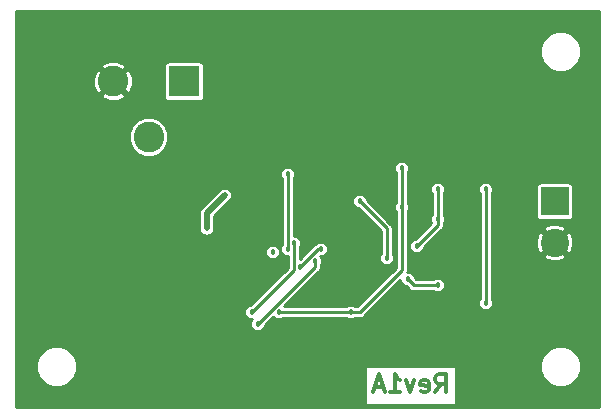
<source format=gbr>
G04 #@! TF.GenerationSoftware,KiCad,Pcbnew,(5.0.1-3-g963ef8bb5)*
G04 #@! TF.CreationDate,2018-11-04T00:53:12-04:00*
G04 #@! TF.ProjectId,Solar LiPo Charger,536F6C6172204C69506F204368617267,1A*
G04 #@! TF.SameCoordinates,Original*
G04 #@! TF.FileFunction,Copper,L2,Bot,Signal*
G04 #@! TF.FilePolarity,Positive*
%FSLAX46Y46*%
G04 Gerber Fmt 4.6, Leading zero omitted, Abs format (unit mm)*
G04 Created by KiCad (PCBNEW (5.0.1-3-g963ef8bb5)) date Sunday, November 04, 2018 at 12:53:12 AM*
%MOMM*%
%LPD*%
G01*
G04 APERTURE LIST*
G04 #@! TA.AperFunction,NonConductor*
%ADD10C,0.300000*%
G04 #@! TD*
G04 #@! TA.AperFunction,ComponentPad*
%ADD11R,2.600000X2.600000*%
G04 #@! TD*
G04 #@! TA.AperFunction,ComponentPad*
%ADD12C,2.600000*%
G04 #@! TD*
G04 #@! TA.AperFunction,ComponentPad*
%ADD13R,2.400000X2.400000*%
G04 #@! TD*
G04 #@! TA.AperFunction,ComponentPad*
%ADD14C,2.400000*%
G04 #@! TD*
G04 #@! TA.AperFunction,ViaPad*
%ADD15C,0.457200*%
G04 #@! TD*
G04 #@! TA.AperFunction,Conductor*
%ADD16C,0.508000*%
G04 #@! TD*
G04 #@! TA.AperFunction,Conductor*
%ADD17C,0.254000*%
G04 #@! TD*
G04 APERTURE END LIST*
D10*
X140029142Y-99992571D02*
X140529142Y-99278285D01*
X140886285Y-99992571D02*
X140886285Y-98492571D01*
X140314857Y-98492571D01*
X140172000Y-98564000D01*
X140100571Y-98635428D01*
X140029142Y-98778285D01*
X140029142Y-98992571D01*
X140100571Y-99135428D01*
X140172000Y-99206857D01*
X140314857Y-99278285D01*
X140886285Y-99278285D01*
X138814857Y-99921142D02*
X138957714Y-99992571D01*
X139243428Y-99992571D01*
X139386285Y-99921142D01*
X139457714Y-99778285D01*
X139457714Y-99206857D01*
X139386285Y-99064000D01*
X139243428Y-98992571D01*
X138957714Y-98992571D01*
X138814857Y-99064000D01*
X138743428Y-99206857D01*
X138743428Y-99349714D01*
X139457714Y-99492571D01*
X138243428Y-98992571D02*
X137886285Y-99992571D01*
X137529142Y-98992571D01*
X136172000Y-99992571D02*
X137029142Y-99992571D01*
X136600571Y-99992571D02*
X136600571Y-98492571D01*
X136743428Y-98706857D01*
X136886285Y-98849714D01*
X137029142Y-98921142D01*
X135600571Y-99564000D02*
X134886285Y-99564000D01*
X135743428Y-99992571D02*
X135243428Y-98492571D01*
X134743428Y-99992571D01*
D11*
G04 #@! TO.P,J1,1*
G04 #@! TO.N,Vsolar*
X118745000Y-73660000D03*
D12*
G04 #@! TO.P,J1,2*
G04 #@! TO.N,GND*
X112745000Y-73660000D03*
G04 #@! TO.P,J1,3*
G04 #@! TO.N,N/C*
X115745000Y-78360000D03*
G04 #@! TD*
D13*
G04 #@! TO.P,J2,1*
G04 #@! TO.N,SRN*
X150114000Y-83820000D03*
D14*
G04 #@! TO.P,J2,2*
G04 #@! TO.N,GND*
X150114000Y-87320000D03*
G04 #@! TD*
D15*
G04 #@! TO.N,Net-(C1-Pad1)*
X120650000Y-86106000D03*
X122174000Y-83312000D03*
G04 #@! TO.N,GND*
X133858000Y-76454000D03*
X133858000Y-72136000D03*
X136398000Y-81788000D03*
X136398000Y-84582000D03*
G04 #@! TO.N,BTST*
X126746000Y-93218000D03*
X132842000Y-93218000D03*
X137160000Y-81026000D03*
X137160000Y-84328000D03*
G04 #@! TO.N,Net-(C6-Pad2)*
X127508000Y-81534000D03*
X127508000Y-87884000D03*
G04 #@! TO.N,Net-(C7-Pad1)*
X130302000Y-87884000D03*
X128524000Y-89408000D03*
G04 #@! TO.N,SRP*
X144272000Y-92456000D03*
X144272000Y-82804000D03*
G04 #@! TO.N,Net-(C11-Pad2)*
X133604000Y-83820000D03*
X137668000Y-90424000D03*
X140208000Y-90932000D03*
X135890000Y-88646000D03*
G04 #@! TO.N,VFB*
X140208000Y-85344000D03*
X140208000Y-82804000D03*
X138430000Y-87630000D03*
G04 #@! TO.N,Net-(D2-Pad1)*
X124460000Y-93218000D03*
X128016000Y-87376000D03*
G04 #@! TO.N,Net-(D3-Pad1)*
X124968000Y-94234000D03*
X129794000Y-88900000D03*
G04 #@! TO.N,MPPSET*
X126238000Y-88138000D03*
G04 #@! TD*
D16*
G04 #@! TO.N,Net-(C1-Pad1)*
X120650000Y-84836000D02*
X122174000Y-83312000D01*
X120650000Y-86106000D02*
X120650000Y-84836000D01*
G04 #@! TO.N,GND*
X133858000Y-72136000D02*
X133858000Y-76454000D01*
X136398000Y-81788000D02*
X136398000Y-84582000D01*
D17*
G04 #@! TO.N,BTST*
X126746000Y-93218000D02*
X132842000Y-93218000D01*
X132842000Y-93218000D02*
X133604000Y-93218000D01*
X133604000Y-93218000D02*
X137160000Y-89662000D01*
X137160000Y-89662000D02*
X137160000Y-84328000D01*
X137160000Y-84328000D02*
X137160000Y-81026000D01*
G04 #@! TO.N,Net-(C6-Pad2)*
X127508000Y-81534000D02*
X127508000Y-87884000D01*
G04 #@! TO.N,Net-(C7-Pad1)*
X130048000Y-87884000D02*
X128524000Y-89408000D01*
X130302000Y-87884000D02*
X130048000Y-87884000D01*
G04 #@! TO.N,SRP*
X144272000Y-92456000D02*
X144272000Y-82804000D01*
G04 #@! TO.N,Net-(C11-Pad2)*
X137668000Y-90424000D02*
X138176000Y-90932000D01*
X138176000Y-90932000D02*
X140208000Y-90932000D01*
X135890000Y-86106000D02*
X133604000Y-83820000D01*
X135890000Y-88646000D02*
X135890000Y-86106000D01*
G04 #@! TO.N,VFB*
X140208000Y-85344000D02*
X140208000Y-82804000D01*
X140208000Y-85852000D02*
X138430000Y-87630000D01*
X140208000Y-85344000D02*
X140208000Y-85852000D01*
G04 #@! TO.N,Net-(D2-Pad1)*
X128016000Y-89662000D02*
X128016000Y-87376000D01*
X124460000Y-93218000D02*
X128016000Y-89662000D01*
G04 #@! TO.N,Net-(D3-Pad1)*
X129794000Y-89408000D02*
X124968000Y-94234000D01*
X129794000Y-88900000D02*
X129794000Y-89408000D01*
G04 #@! TD*
G04 #@! TO.N,GND*
G36*
X153911301Y-101206300D02*
X104533700Y-101206300D01*
X104533700Y-97445683D01*
X106219000Y-97445683D01*
X106219000Y-98134317D01*
X106482529Y-98770533D01*
X106969467Y-99257471D01*
X107605683Y-99521000D01*
X108294317Y-99521000D01*
X108930533Y-99257471D01*
X109417471Y-98770533D01*
X109681000Y-98134317D01*
X109681000Y-97778000D01*
X134069572Y-97778000D01*
X134069572Y-101090000D01*
X141774429Y-101090000D01*
X141774429Y-97778000D01*
X134069572Y-97778000D01*
X109681000Y-97778000D01*
X109681000Y-97445683D01*
X148891000Y-97445683D01*
X148891000Y-98134317D01*
X149154529Y-98770533D01*
X149641467Y-99257471D01*
X150277683Y-99521000D01*
X150966317Y-99521000D01*
X151602533Y-99257471D01*
X152089471Y-98770533D01*
X152353000Y-98134317D01*
X152353000Y-97445683D01*
X152089471Y-96809467D01*
X151602533Y-96322529D01*
X150966317Y-96059000D01*
X150277683Y-96059000D01*
X149641467Y-96322529D01*
X149154529Y-96809467D01*
X148891000Y-97445683D01*
X109681000Y-97445683D01*
X109417471Y-96809467D01*
X108930533Y-96322529D01*
X108294317Y-96059000D01*
X107605683Y-96059000D01*
X106969467Y-96322529D01*
X106482529Y-96809467D01*
X106219000Y-97445683D01*
X104533700Y-97445683D01*
X104533700Y-93096743D01*
X123850400Y-93096743D01*
X123850400Y-93339257D01*
X123943206Y-93563311D01*
X124114689Y-93734794D01*
X124338743Y-93827600D01*
X124512295Y-93827600D01*
X124451206Y-93888689D01*
X124358400Y-94112743D01*
X124358400Y-94355257D01*
X124451206Y-94579311D01*
X124622689Y-94750794D01*
X124846743Y-94843600D01*
X125089257Y-94843600D01*
X125313311Y-94750794D01*
X125484794Y-94579311D01*
X125577600Y-94355257D01*
X125577600Y-94342820D01*
X126293158Y-93627263D01*
X126400689Y-93734794D01*
X126624743Y-93827600D01*
X126867257Y-93827600D01*
X127091311Y-93734794D01*
X127100105Y-93726000D01*
X132487895Y-93726000D01*
X132496689Y-93734794D01*
X132720743Y-93827600D01*
X132963257Y-93827600D01*
X133187311Y-93734794D01*
X133196105Y-93726000D01*
X133553972Y-93726000D01*
X133604000Y-93735951D01*
X133654028Y-93726000D01*
X133654032Y-93726000D01*
X133802212Y-93696525D01*
X133970247Y-93584247D01*
X133998588Y-93541832D01*
X137058400Y-90482020D01*
X137058400Y-90545257D01*
X137151206Y-90769311D01*
X137322689Y-90940794D01*
X137546743Y-91033600D01*
X137559180Y-91033600D01*
X137781412Y-91255832D01*
X137809753Y-91298247D01*
X137977788Y-91410525D01*
X138125968Y-91440000D01*
X138125972Y-91440000D01*
X138175999Y-91449951D01*
X138226026Y-91440000D01*
X139853895Y-91440000D01*
X139862689Y-91448794D01*
X140086743Y-91541600D01*
X140329257Y-91541600D01*
X140553311Y-91448794D01*
X140724794Y-91277311D01*
X140817600Y-91053257D01*
X140817600Y-90810743D01*
X140724794Y-90586689D01*
X140553311Y-90415206D01*
X140329257Y-90322400D01*
X140086743Y-90322400D01*
X139862689Y-90415206D01*
X139853895Y-90424000D01*
X138386420Y-90424000D01*
X138277600Y-90315180D01*
X138277600Y-90302743D01*
X138184794Y-90078689D01*
X138013311Y-89907206D01*
X137789257Y-89814400D01*
X137647638Y-89814400D01*
X137668000Y-89712032D01*
X137668000Y-89712029D01*
X137677951Y-89662001D01*
X137668000Y-89611973D01*
X137668000Y-87508743D01*
X137820400Y-87508743D01*
X137820400Y-87751257D01*
X137913206Y-87975311D01*
X138084689Y-88146794D01*
X138308743Y-88239600D01*
X138551257Y-88239600D01*
X138775311Y-88146794D01*
X138946794Y-87975311D01*
X139039600Y-87751257D01*
X139039600Y-87738820D01*
X140531835Y-86246586D01*
X140574247Y-86218247D01*
X140602586Y-86175835D01*
X140602588Y-86175833D01*
X140686525Y-86050212D01*
X140716000Y-85902032D01*
X140716000Y-85902028D01*
X140725951Y-85852000D01*
X140716000Y-85801972D01*
X140716000Y-85698105D01*
X140724794Y-85689311D01*
X140817600Y-85465257D01*
X140817600Y-85222743D01*
X140724794Y-84998689D01*
X140716000Y-84989895D01*
X140716000Y-83158105D01*
X140724794Y-83149311D01*
X140817600Y-82925257D01*
X140817600Y-82682743D01*
X143662400Y-82682743D01*
X143662400Y-82925257D01*
X143755206Y-83149311D01*
X143764001Y-83158106D01*
X143764000Y-92101895D01*
X143755206Y-92110689D01*
X143662400Y-92334743D01*
X143662400Y-92577257D01*
X143755206Y-92801311D01*
X143926689Y-92972794D01*
X144150743Y-93065600D01*
X144393257Y-93065600D01*
X144617311Y-92972794D01*
X144788794Y-92801311D01*
X144881600Y-92577257D01*
X144881600Y-92334743D01*
X144788794Y-92110689D01*
X144780000Y-92101895D01*
X144780000Y-88478522D01*
X149135083Y-88478522D01*
X149272196Y-88694709D01*
X149862353Y-88912209D01*
X150490821Y-88887311D01*
X150955804Y-88694709D01*
X151092917Y-88478522D01*
X150114000Y-87499605D01*
X149135083Y-88478522D01*
X144780000Y-88478522D01*
X144780000Y-87068353D01*
X148521791Y-87068353D01*
X148546689Y-87696821D01*
X148739291Y-88161804D01*
X148955478Y-88298917D01*
X149934395Y-87320000D01*
X150293605Y-87320000D01*
X151272522Y-88298917D01*
X151488709Y-88161804D01*
X151706209Y-87571647D01*
X151681311Y-86943179D01*
X151488709Y-86478196D01*
X151272522Y-86341083D01*
X150293605Y-87320000D01*
X149934395Y-87320000D01*
X148955478Y-86341083D01*
X148739291Y-86478196D01*
X148521791Y-87068353D01*
X144780000Y-87068353D01*
X144780000Y-86161478D01*
X149135083Y-86161478D01*
X150114000Y-87140395D01*
X151092917Y-86161478D01*
X150955804Y-85945291D01*
X150365647Y-85727791D01*
X149737179Y-85752689D01*
X149272196Y-85945291D01*
X149135083Y-86161478D01*
X144780000Y-86161478D01*
X144780000Y-83158105D01*
X144788794Y-83149311D01*
X144881600Y-82925257D01*
X144881600Y-82682743D01*
X144855612Y-82620000D01*
X148525536Y-82620000D01*
X148525536Y-85020000D01*
X148555106Y-85168659D01*
X148639314Y-85294686D01*
X148765341Y-85378894D01*
X148914000Y-85408464D01*
X151314000Y-85408464D01*
X151462659Y-85378894D01*
X151588686Y-85294686D01*
X151672894Y-85168659D01*
X151702464Y-85020000D01*
X151702464Y-82620000D01*
X151672894Y-82471341D01*
X151588686Y-82345314D01*
X151462659Y-82261106D01*
X151314000Y-82231536D01*
X148914000Y-82231536D01*
X148765341Y-82261106D01*
X148639314Y-82345314D01*
X148555106Y-82471341D01*
X148525536Y-82620000D01*
X144855612Y-82620000D01*
X144788794Y-82458689D01*
X144617311Y-82287206D01*
X144393257Y-82194400D01*
X144150743Y-82194400D01*
X143926689Y-82287206D01*
X143755206Y-82458689D01*
X143662400Y-82682743D01*
X140817600Y-82682743D01*
X140724794Y-82458689D01*
X140553311Y-82287206D01*
X140329257Y-82194400D01*
X140086743Y-82194400D01*
X139862689Y-82287206D01*
X139691206Y-82458689D01*
X139598400Y-82682743D01*
X139598400Y-82925257D01*
X139691206Y-83149311D01*
X139700001Y-83158106D01*
X139700000Y-84989895D01*
X139691206Y-84998689D01*
X139598400Y-85222743D01*
X139598400Y-85465257D01*
X139679801Y-85661778D01*
X138321180Y-87020400D01*
X138308743Y-87020400D01*
X138084689Y-87113206D01*
X137913206Y-87284689D01*
X137820400Y-87508743D01*
X137668000Y-87508743D01*
X137668000Y-84682105D01*
X137676794Y-84673311D01*
X137769600Y-84449257D01*
X137769600Y-84206743D01*
X137676794Y-83982689D01*
X137668000Y-83973895D01*
X137668000Y-81380105D01*
X137676794Y-81371311D01*
X137769600Y-81147257D01*
X137769600Y-80904743D01*
X137676794Y-80680689D01*
X137505311Y-80509206D01*
X137281257Y-80416400D01*
X137038743Y-80416400D01*
X136814689Y-80509206D01*
X136643206Y-80680689D01*
X136550400Y-80904743D01*
X136550400Y-81147257D01*
X136643206Y-81371311D01*
X136652001Y-81380106D01*
X136652000Y-83973895D01*
X136643206Y-83982689D01*
X136550400Y-84206743D01*
X136550400Y-84449257D01*
X136643206Y-84673311D01*
X136652001Y-84682106D01*
X136652000Y-89451580D01*
X133393580Y-92710000D01*
X133196105Y-92710000D01*
X133187311Y-92701206D01*
X132963257Y-92608400D01*
X132720743Y-92608400D01*
X132496689Y-92701206D01*
X132487895Y-92710000D01*
X127210420Y-92710000D01*
X130117835Y-89802586D01*
X130160247Y-89774247D01*
X130188586Y-89731835D01*
X130188588Y-89731833D01*
X130235248Y-89662001D01*
X130272525Y-89606212D01*
X130302000Y-89458032D01*
X130302000Y-89458028D01*
X130311951Y-89408000D01*
X130302000Y-89357972D01*
X130302000Y-89254105D01*
X130310794Y-89245311D01*
X130403600Y-89021257D01*
X130403600Y-88778743D01*
X130310794Y-88554689D01*
X130249705Y-88493600D01*
X130423257Y-88493600D01*
X130647311Y-88400794D01*
X130818794Y-88229311D01*
X130911600Y-88005257D01*
X130911600Y-87762743D01*
X130818794Y-87538689D01*
X130647311Y-87367206D01*
X130423257Y-87274400D01*
X130180743Y-87274400D01*
X129956689Y-87367206D01*
X129935462Y-87388433D01*
X129849788Y-87405475D01*
X129681753Y-87517753D01*
X129653412Y-87560168D01*
X128524000Y-88689580D01*
X128524000Y-87730105D01*
X128532794Y-87721311D01*
X128625600Y-87497257D01*
X128625600Y-87254743D01*
X128532794Y-87030689D01*
X128361311Y-86859206D01*
X128137257Y-86766400D01*
X128016000Y-86766400D01*
X128016000Y-83698743D01*
X132994400Y-83698743D01*
X132994400Y-83941257D01*
X133087206Y-84165311D01*
X133258689Y-84336794D01*
X133482743Y-84429600D01*
X133495180Y-84429600D01*
X135382001Y-86316422D01*
X135382000Y-88291895D01*
X135373206Y-88300689D01*
X135280400Y-88524743D01*
X135280400Y-88767257D01*
X135373206Y-88991311D01*
X135544689Y-89162794D01*
X135768743Y-89255600D01*
X136011257Y-89255600D01*
X136235311Y-89162794D01*
X136406794Y-88991311D01*
X136499600Y-88767257D01*
X136499600Y-88524743D01*
X136406794Y-88300689D01*
X136398000Y-88291895D01*
X136398000Y-86156027D01*
X136407951Y-86105999D01*
X136398000Y-86055971D01*
X136398000Y-86055968D01*
X136368525Y-85907788D01*
X136337898Y-85861952D01*
X136284588Y-85782167D01*
X136284586Y-85782165D01*
X136256247Y-85739753D01*
X136213835Y-85711414D01*
X134213600Y-83711180D01*
X134213600Y-83698743D01*
X134120794Y-83474689D01*
X133949311Y-83303206D01*
X133725257Y-83210400D01*
X133482743Y-83210400D01*
X133258689Y-83303206D01*
X133087206Y-83474689D01*
X132994400Y-83698743D01*
X128016000Y-83698743D01*
X128016000Y-81888105D01*
X128024794Y-81879311D01*
X128117600Y-81655257D01*
X128117600Y-81412743D01*
X128024794Y-81188689D01*
X127853311Y-81017206D01*
X127629257Y-80924400D01*
X127386743Y-80924400D01*
X127162689Y-81017206D01*
X126991206Y-81188689D01*
X126898400Y-81412743D01*
X126898400Y-81655257D01*
X126991206Y-81879311D01*
X127000000Y-81888105D01*
X127000001Y-87529894D01*
X126991206Y-87538689D01*
X126898400Y-87762743D01*
X126898400Y-88005257D01*
X126991206Y-88229311D01*
X127162689Y-88400794D01*
X127386743Y-88493600D01*
X127508001Y-88493600D01*
X127508000Y-89451580D01*
X124351180Y-92608400D01*
X124338743Y-92608400D01*
X124114689Y-92701206D01*
X123943206Y-92872689D01*
X123850400Y-93096743D01*
X104533700Y-93096743D01*
X104533700Y-88016743D01*
X125628400Y-88016743D01*
X125628400Y-88259257D01*
X125721206Y-88483311D01*
X125892689Y-88654794D01*
X126116743Y-88747600D01*
X126359257Y-88747600D01*
X126583311Y-88654794D01*
X126754794Y-88483311D01*
X126847600Y-88259257D01*
X126847600Y-88016743D01*
X126754794Y-87792689D01*
X126583311Y-87621206D01*
X126359257Y-87528400D01*
X126116743Y-87528400D01*
X125892689Y-87621206D01*
X125721206Y-87792689D01*
X125628400Y-88016743D01*
X104533700Y-88016743D01*
X104533700Y-84836000D01*
X120002561Y-84836000D01*
X120015001Y-84898541D01*
X120015000Y-86168540D01*
X120051843Y-86353764D01*
X120192191Y-86563809D01*
X120402235Y-86704157D01*
X120650000Y-86753440D01*
X120897764Y-86704157D01*
X121107809Y-86563809D01*
X121248157Y-86353765D01*
X121285000Y-86168541D01*
X121285000Y-85099024D01*
X122667235Y-83716790D01*
X122772156Y-83559765D01*
X122821439Y-83312001D01*
X122772156Y-83064236D01*
X122631808Y-82854192D01*
X122421764Y-82713844D01*
X122173999Y-82664561D01*
X121926235Y-82713844D01*
X121769210Y-82818765D01*
X120245212Y-84342764D01*
X120192192Y-84378191D01*
X120156765Y-84431211D01*
X120051843Y-84588236D01*
X120002561Y-84836000D01*
X104533700Y-84836000D01*
X104533700Y-78025628D01*
X114064000Y-78025628D01*
X114064000Y-78694372D01*
X114319917Y-79312210D01*
X114792790Y-79785083D01*
X115410628Y-80041000D01*
X116079372Y-80041000D01*
X116697210Y-79785083D01*
X117170083Y-79312210D01*
X117426000Y-78694372D01*
X117426000Y-78025628D01*
X117170083Y-77407790D01*
X116697210Y-76934917D01*
X116079372Y-76679000D01*
X115410628Y-76679000D01*
X114792790Y-76934917D01*
X114319917Y-77407790D01*
X114064000Y-78025628D01*
X104533700Y-78025628D01*
X104533700Y-74890856D01*
X111693749Y-74890856D01*
X111843090Y-75117437D01*
X112469481Y-75351642D01*
X113137817Y-75328310D01*
X113646910Y-75117437D01*
X113796251Y-74890856D01*
X112745000Y-73839605D01*
X111693749Y-74890856D01*
X104533700Y-74890856D01*
X104533700Y-73384481D01*
X111053358Y-73384481D01*
X111076690Y-74052817D01*
X111287563Y-74561910D01*
X111514144Y-74711251D01*
X112565395Y-73660000D01*
X112924605Y-73660000D01*
X113975856Y-74711251D01*
X114202437Y-74561910D01*
X114436642Y-73935519D01*
X114413310Y-73267183D01*
X114202437Y-72758090D01*
X113975856Y-72608749D01*
X112924605Y-73660000D01*
X112565395Y-73660000D01*
X111514144Y-72608749D01*
X111287563Y-72758090D01*
X111053358Y-73384481D01*
X104533700Y-73384481D01*
X104533700Y-72429144D01*
X111693749Y-72429144D01*
X112745000Y-73480395D01*
X113796251Y-72429144D01*
X113750678Y-72360000D01*
X117056536Y-72360000D01*
X117056536Y-74960000D01*
X117086106Y-75108659D01*
X117170314Y-75234686D01*
X117296341Y-75318894D01*
X117445000Y-75348464D01*
X120045000Y-75348464D01*
X120193659Y-75318894D01*
X120319686Y-75234686D01*
X120403894Y-75108659D01*
X120433464Y-74960000D01*
X120433464Y-72360000D01*
X120403894Y-72211341D01*
X120319686Y-72085314D01*
X120193659Y-72001106D01*
X120045000Y-71971536D01*
X117445000Y-71971536D01*
X117296341Y-72001106D01*
X117170314Y-72085314D01*
X117086106Y-72211341D01*
X117056536Y-72360000D01*
X113750678Y-72360000D01*
X113646910Y-72202563D01*
X113020519Y-71968358D01*
X112352183Y-71991690D01*
X111843090Y-72202563D01*
X111693749Y-72429144D01*
X104533700Y-72429144D01*
X104533700Y-70775683D01*
X148891000Y-70775683D01*
X148891000Y-71464317D01*
X149154529Y-72100533D01*
X149641467Y-72587471D01*
X150277683Y-72851000D01*
X150966317Y-72851000D01*
X151602533Y-72587471D01*
X152089471Y-72100533D01*
X152353000Y-71464317D01*
X152353000Y-70775683D01*
X152089471Y-70139467D01*
X151602533Y-69652529D01*
X150966317Y-69389000D01*
X150277683Y-69389000D01*
X149641467Y-69652529D01*
X149154529Y-70139467D01*
X148891000Y-70775683D01*
X104533700Y-70775683D01*
X104533700Y-67703700D01*
X153911300Y-67703700D01*
X153911301Y-101206300D01*
X153911301Y-101206300D01*
G37*
X153911301Y-101206300D02*
X104533700Y-101206300D01*
X104533700Y-97445683D01*
X106219000Y-97445683D01*
X106219000Y-98134317D01*
X106482529Y-98770533D01*
X106969467Y-99257471D01*
X107605683Y-99521000D01*
X108294317Y-99521000D01*
X108930533Y-99257471D01*
X109417471Y-98770533D01*
X109681000Y-98134317D01*
X109681000Y-97778000D01*
X134069572Y-97778000D01*
X134069572Y-101090000D01*
X141774429Y-101090000D01*
X141774429Y-97778000D01*
X134069572Y-97778000D01*
X109681000Y-97778000D01*
X109681000Y-97445683D01*
X148891000Y-97445683D01*
X148891000Y-98134317D01*
X149154529Y-98770533D01*
X149641467Y-99257471D01*
X150277683Y-99521000D01*
X150966317Y-99521000D01*
X151602533Y-99257471D01*
X152089471Y-98770533D01*
X152353000Y-98134317D01*
X152353000Y-97445683D01*
X152089471Y-96809467D01*
X151602533Y-96322529D01*
X150966317Y-96059000D01*
X150277683Y-96059000D01*
X149641467Y-96322529D01*
X149154529Y-96809467D01*
X148891000Y-97445683D01*
X109681000Y-97445683D01*
X109417471Y-96809467D01*
X108930533Y-96322529D01*
X108294317Y-96059000D01*
X107605683Y-96059000D01*
X106969467Y-96322529D01*
X106482529Y-96809467D01*
X106219000Y-97445683D01*
X104533700Y-97445683D01*
X104533700Y-93096743D01*
X123850400Y-93096743D01*
X123850400Y-93339257D01*
X123943206Y-93563311D01*
X124114689Y-93734794D01*
X124338743Y-93827600D01*
X124512295Y-93827600D01*
X124451206Y-93888689D01*
X124358400Y-94112743D01*
X124358400Y-94355257D01*
X124451206Y-94579311D01*
X124622689Y-94750794D01*
X124846743Y-94843600D01*
X125089257Y-94843600D01*
X125313311Y-94750794D01*
X125484794Y-94579311D01*
X125577600Y-94355257D01*
X125577600Y-94342820D01*
X126293158Y-93627263D01*
X126400689Y-93734794D01*
X126624743Y-93827600D01*
X126867257Y-93827600D01*
X127091311Y-93734794D01*
X127100105Y-93726000D01*
X132487895Y-93726000D01*
X132496689Y-93734794D01*
X132720743Y-93827600D01*
X132963257Y-93827600D01*
X133187311Y-93734794D01*
X133196105Y-93726000D01*
X133553972Y-93726000D01*
X133604000Y-93735951D01*
X133654028Y-93726000D01*
X133654032Y-93726000D01*
X133802212Y-93696525D01*
X133970247Y-93584247D01*
X133998588Y-93541832D01*
X137058400Y-90482020D01*
X137058400Y-90545257D01*
X137151206Y-90769311D01*
X137322689Y-90940794D01*
X137546743Y-91033600D01*
X137559180Y-91033600D01*
X137781412Y-91255832D01*
X137809753Y-91298247D01*
X137977788Y-91410525D01*
X138125968Y-91440000D01*
X138125972Y-91440000D01*
X138175999Y-91449951D01*
X138226026Y-91440000D01*
X139853895Y-91440000D01*
X139862689Y-91448794D01*
X140086743Y-91541600D01*
X140329257Y-91541600D01*
X140553311Y-91448794D01*
X140724794Y-91277311D01*
X140817600Y-91053257D01*
X140817600Y-90810743D01*
X140724794Y-90586689D01*
X140553311Y-90415206D01*
X140329257Y-90322400D01*
X140086743Y-90322400D01*
X139862689Y-90415206D01*
X139853895Y-90424000D01*
X138386420Y-90424000D01*
X138277600Y-90315180D01*
X138277600Y-90302743D01*
X138184794Y-90078689D01*
X138013311Y-89907206D01*
X137789257Y-89814400D01*
X137647638Y-89814400D01*
X137668000Y-89712032D01*
X137668000Y-89712029D01*
X137677951Y-89662001D01*
X137668000Y-89611973D01*
X137668000Y-87508743D01*
X137820400Y-87508743D01*
X137820400Y-87751257D01*
X137913206Y-87975311D01*
X138084689Y-88146794D01*
X138308743Y-88239600D01*
X138551257Y-88239600D01*
X138775311Y-88146794D01*
X138946794Y-87975311D01*
X139039600Y-87751257D01*
X139039600Y-87738820D01*
X140531835Y-86246586D01*
X140574247Y-86218247D01*
X140602586Y-86175835D01*
X140602588Y-86175833D01*
X140686525Y-86050212D01*
X140716000Y-85902032D01*
X140716000Y-85902028D01*
X140725951Y-85852000D01*
X140716000Y-85801972D01*
X140716000Y-85698105D01*
X140724794Y-85689311D01*
X140817600Y-85465257D01*
X140817600Y-85222743D01*
X140724794Y-84998689D01*
X140716000Y-84989895D01*
X140716000Y-83158105D01*
X140724794Y-83149311D01*
X140817600Y-82925257D01*
X140817600Y-82682743D01*
X143662400Y-82682743D01*
X143662400Y-82925257D01*
X143755206Y-83149311D01*
X143764001Y-83158106D01*
X143764000Y-92101895D01*
X143755206Y-92110689D01*
X143662400Y-92334743D01*
X143662400Y-92577257D01*
X143755206Y-92801311D01*
X143926689Y-92972794D01*
X144150743Y-93065600D01*
X144393257Y-93065600D01*
X144617311Y-92972794D01*
X144788794Y-92801311D01*
X144881600Y-92577257D01*
X144881600Y-92334743D01*
X144788794Y-92110689D01*
X144780000Y-92101895D01*
X144780000Y-88478522D01*
X149135083Y-88478522D01*
X149272196Y-88694709D01*
X149862353Y-88912209D01*
X150490821Y-88887311D01*
X150955804Y-88694709D01*
X151092917Y-88478522D01*
X150114000Y-87499605D01*
X149135083Y-88478522D01*
X144780000Y-88478522D01*
X144780000Y-87068353D01*
X148521791Y-87068353D01*
X148546689Y-87696821D01*
X148739291Y-88161804D01*
X148955478Y-88298917D01*
X149934395Y-87320000D01*
X150293605Y-87320000D01*
X151272522Y-88298917D01*
X151488709Y-88161804D01*
X151706209Y-87571647D01*
X151681311Y-86943179D01*
X151488709Y-86478196D01*
X151272522Y-86341083D01*
X150293605Y-87320000D01*
X149934395Y-87320000D01*
X148955478Y-86341083D01*
X148739291Y-86478196D01*
X148521791Y-87068353D01*
X144780000Y-87068353D01*
X144780000Y-86161478D01*
X149135083Y-86161478D01*
X150114000Y-87140395D01*
X151092917Y-86161478D01*
X150955804Y-85945291D01*
X150365647Y-85727791D01*
X149737179Y-85752689D01*
X149272196Y-85945291D01*
X149135083Y-86161478D01*
X144780000Y-86161478D01*
X144780000Y-83158105D01*
X144788794Y-83149311D01*
X144881600Y-82925257D01*
X144881600Y-82682743D01*
X144855612Y-82620000D01*
X148525536Y-82620000D01*
X148525536Y-85020000D01*
X148555106Y-85168659D01*
X148639314Y-85294686D01*
X148765341Y-85378894D01*
X148914000Y-85408464D01*
X151314000Y-85408464D01*
X151462659Y-85378894D01*
X151588686Y-85294686D01*
X151672894Y-85168659D01*
X151702464Y-85020000D01*
X151702464Y-82620000D01*
X151672894Y-82471341D01*
X151588686Y-82345314D01*
X151462659Y-82261106D01*
X151314000Y-82231536D01*
X148914000Y-82231536D01*
X148765341Y-82261106D01*
X148639314Y-82345314D01*
X148555106Y-82471341D01*
X148525536Y-82620000D01*
X144855612Y-82620000D01*
X144788794Y-82458689D01*
X144617311Y-82287206D01*
X144393257Y-82194400D01*
X144150743Y-82194400D01*
X143926689Y-82287206D01*
X143755206Y-82458689D01*
X143662400Y-82682743D01*
X140817600Y-82682743D01*
X140724794Y-82458689D01*
X140553311Y-82287206D01*
X140329257Y-82194400D01*
X140086743Y-82194400D01*
X139862689Y-82287206D01*
X139691206Y-82458689D01*
X139598400Y-82682743D01*
X139598400Y-82925257D01*
X139691206Y-83149311D01*
X139700001Y-83158106D01*
X139700000Y-84989895D01*
X139691206Y-84998689D01*
X139598400Y-85222743D01*
X139598400Y-85465257D01*
X139679801Y-85661778D01*
X138321180Y-87020400D01*
X138308743Y-87020400D01*
X138084689Y-87113206D01*
X137913206Y-87284689D01*
X137820400Y-87508743D01*
X137668000Y-87508743D01*
X137668000Y-84682105D01*
X137676794Y-84673311D01*
X137769600Y-84449257D01*
X137769600Y-84206743D01*
X137676794Y-83982689D01*
X137668000Y-83973895D01*
X137668000Y-81380105D01*
X137676794Y-81371311D01*
X137769600Y-81147257D01*
X137769600Y-80904743D01*
X137676794Y-80680689D01*
X137505311Y-80509206D01*
X137281257Y-80416400D01*
X137038743Y-80416400D01*
X136814689Y-80509206D01*
X136643206Y-80680689D01*
X136550400Y-80904743D01*
X136550400Y-81147257D01*
X136643206Y-81371311D01*
X136652001Y-81380106D01*
X136652000Y-83973895D01*
X136643206Y-83982689D01*
X136550400Y-84206743D01*
X136550400Y-84449257D01*
X136643206Y-84673311D01*
X136652001Y-84682106D01*
X136652000Y-89451580D01*
X133393580Y-92710000D01*
X133196105Y-92710000D01*
X133187311Y-92701206D01*
X132963257Y-92608400D01*
X132720743Y-92608400D01*
X132496689Y-92701206D01*
X132487895Y-92710000D01*
X127210420Y-92710000D01*
X130117835Y-89802586D01*
X130160247Y-89774247D01*
X130188586Y-89731835D01*
X130188588Y-89731833D01*
X130235248Y-89662001D01*
X130272525Y-89606212D01*
X130302000Y-89458032D01*
X130302000Y-89458028D01*
X130311951Y-89408000D01*
X130302000Y-89357972D01*
X130302000Y-89254105D01*
X130310794Y-89245311D01*
X130403600Y-89021257D01*
X130403600Y-88778743D01*
X130310794Y-88554689D01*
X130249705Y-88493600D01*
X130423257Y-88493600D01*
X130647311Y-88400794D01*
X130818794Y-88229311D01*
X130911600Y-88005257D01*
X130911600Y-87762743D01*
X130818794Y-87538689D01*
X130647311Y-87367206D01*
X130423257Y-87274400D01*
X130180743Y-87274400D01*
X129956689Y-87367206D01*
X129935462Y-87388433D01*
X129849788Y-87405475D01*
X129681753Y-87517753D01*
X129653412Y-87560168D01*
X128524000Y-88689580D01*
X128524000Y-87730105D01*
X128532794Y-87721311D01*
X128625600Y-87497257D01*
X128625600Y-87254743D01*
X128532794Y-87030689D01*
X128361311Y-86859206D01*
X128137257Y-86766400D01*
X128016000Y-86766400D01*
X128016000Y-83698743D01*
X132994400Y-83698743D01*
X132994400Y-83941257D01*
X133087206Y-84165311D01*
X133258689Y-84336794D01*
X133482743Y-84429600D01*
X133495180Y-84429600D01*
X135382001Y-86316422D01*
X135382000Y-88291895D01*
X135373206Y-88300689D01*
X135280400Y-88524743D01*
X135280400Y-88767257D01*
X135373206Y-88991311D01*
X135544689Y-89162794D01*
X135768743Y-89255600D01*
X136011257Y-89255600D01*
X136235311Y-89162794D01*
X136406794Y-88991311D01*
X136499600Y-88767257D01*
X136499600Y-88524743D01*
X136406794Y-88300689D01*
X136398000Y-88291895D01*
X136398000Y-86156027D01*
X136407951Y-86105999D01*
X136398000Y-86055971D01*
X136398000Y-86055968D01*
X136368525Y-85907788D01*
X136337898Y-85861952D01*
X136284588Y-85782167D01*
X136284586Y-85782165D01*
X136256247Y-85739753D01*
X136213835Y-85711414D01*
X134213600Y-83711180D01*
X134213600Y-83698743D01*
X134120794Y-83474689D01*
X133949311Y-83303206D01*
X133725257Y-83210400D01*
X133482743Y-83210400D01*
X133258689Y-83303206D01*
X133087206Y-83474689D01*
X132994400Y-83698743D01*
X128016000Y-83698743D01*
X128016000Y-81888105D01*
X128024794Y-81879311D01*
X128117600Y-81655257D01*
X128117600Y-81412743D01*
X128024794Y-81188689D01*
X127853311Y-81017206D01*
X127629257Y-80924400D01*
X127386743Y-80924400D01*
X127162689Y-81017206D01*
X126991206Y-81188689D01*
X126898400Y-81412743D01*
X126898400Y-81655257D01*
X126991206Y-81879311D01*
X127000000Y-81888105D01*
X127000001Y-87529894D01*
X126991206Y-87538689D01*
X126898400Y-87762743D01*
X126898400Y-88005257D01*
X126991206Y-88229311D01*
X127162689Y-88400794D01*
X127386743Y-88493600D01*
X127508001Y-88493600D01*
X127508000Y-89451580D01*
X124351180Y-92608400D01*
X124338743Y-92608400D01*
X124114689Y-92701206D01*
X123943206Y-92872689D01*
X123850400Y-93096743D01*
X104533700Y-93096743D01*
X104533700Y-88016743D01*
X125628400Y-88016743D01*
X125628400Y-88259257D01*
X125721206Y-88483311D01*
X125892689Y-88654794D01*
X126116743Y-88747600D01*
X126359257Y-88747600D01*
X126583311Y-88654794D01*
X126754794Y-88483311D01*
X126847600Y-88259257D01*
X126847600Y-88016743D01*
X126754794Y-87792689D01*
X126583311Y-87621206D01*
X126359257Y-87528400D01*
X126116743Y-87528400D01*
X125892689Y-87621206D01*
X125721206Y-87792689D01*
X125628400Y-88016743D01*
X104533700Y-88016743D01*
X104533700Y-84836000D01*
X120002561Y-84836000D01*
X120015001Y-84898541D01*
X120015000Y-86168540D01*
X120051843Y-86353764D01*
X120192191Y-86563809D01*
X120402235Y-86704157D01*
X120650000Y-86753440D01*
X120897764Y-86704157D01*
X121107809Y-86563809D01*
X121248157Y-86353765D01*
X121285000Y-86168541D01*
X121285000Y-85099024D01*
X122667235Y-83716790D01*
X122772156Y-83559765D01*
X122821439Y-83312001D01*
X122772156Y-83064236D01*
X122631808Y-82854192D01*
X122421764Y-82713844D01*
X122173999Y-82664561D01*
X121926235Y-82713844D01*
X121769210Y-82818765D01*
X120245212Y-84342764D01*
X120192192Y-84378191D01*
X120156765Y-84431211D01*
X120051843Y-84588236D01*
X120002561Y-84836000D01*
X104533700Y-84836000D01*
X104533700Y-78025628D01*
X114064000Y-78025628D01*
X114064000Y-78694372D01*
X114319917Y-79312210D01*
X114792790Y-79785083D01*
X115410628Y-80041000D01*
X116079372Y-80041000D01*
X116697210Y-79785083D01*
X117170083Y-79312210D01*
X117426000Y-78694372D01*
X117426000Y-78025628D01*
X117170083Y-77407790D01*
X116697210Y-76934917D01*
X116079372Y-76679000D01*
X115410628Y-76679000D01*
X114792790Y-76934917D01*
X114319917Y-77407790D01*
X114064000Y-78025628D01*
X104533700Y-78025628D01*
X104533700Y-74890856D01*
X111693749Y-74890856D01*
X111843090Y-75117437D01*
X112469481Y-75351642D01*
X113137817Y-75328310D01*
X113646910Y-75117437D01*
X113796251Y-74890856D01*
X112745000Y-73839605D01*
X111693749Y-74890856D01*
X104533700Y-74890856D01*
X104533700Y-73384481D01*
X111053358Y-73384481D01*
X111076690Y-74052817D01*
X111287563Y-74561910D01*
X111514144Y-74711251D01*
X112565395Y-73660000D01*
X112924605Y-73660000D01*
X113975856Y-74711251D01*
X114202437Y-74561910D01*
X114436642Y-73935519D01*
X114413310Y-73267183D01*
X114202437Y-72758090D01*
X113975856Y-72608749D01*
X112924605Y-73660000D01*
X112565395Y-73660000D01*
X111514144Y-72608749D01*
X111287563Y-72758090D01*
X111053358Y-73384481D01*
X104533700Y-73384481D01*
X104533700Y-72429144D01*
X111693749Y-72429144D01*
X112745000Y-73480395D01*
X113796251Y-72429144D01*
X113750678Y-72360000D01*
X117056536Y-72360000D01*
X117056536Y-74960000D01*
X117086106Y-75108659D01*
X117170314Y-75234686D01*
X117296341Y-75318894D01*
X117445000Y-75348464D01*
X120045000Y-75348464D01*
X120193659Y-75318894D01*
X120319686Y-75234686D01*
X120403894Y-75108659D01*
X120433464Y-74960000D01*
X120433464Y-72360000D01*
X120403894Y-72211341D01*
X120319686Y-72085314D01*
X120193659Y-72001106D01*
X120045000Y-71971536D01*
X117445000Y-71971536D01*
X117296341Y-72001106D01*
X117170314Y-72085314D01*
X117086106Y-72211341D01*
X117056536Y-72360000D01*
X113750678Y-72360000D01*
X113646910Y-72202563D01*
X113020519Y-71968358D01*
X112352183Y-71991690D01*
X111843090Y-72202563D01*
X111693749Y-72429144D01*
X104533700Y-72429144D01*
X104533700Y-70775683D01*
X148891000Y-70775683D01*
X148891000Y-71464317D01*
X149154529Y-72100533D01*
X149641467Y-72587471D01*
X150277683Y-72851000D01*
X150966317Y-72851000D01*
X151602533Y-72587471D01*
X152089471Y-72100533D01*
X152353000Y-71464317D01*
X152353000Y-70775683D01*
X152089471Y-70139467D01*
X151602533Y-69652529D01*
X150966317Y-69389000D01*
X150277683Y-69389000D01*
X149641467Y-69652529D01*
X149154529Y-70139467D01*
X148891000Y-70775683D01*
X104533700Y-70775683D01*
X104533700Y-67703700D01*
X153911300Y-67703700D01*
X153911301Y-101206300D01*
G04 #@! TD*
M02*

</source>
